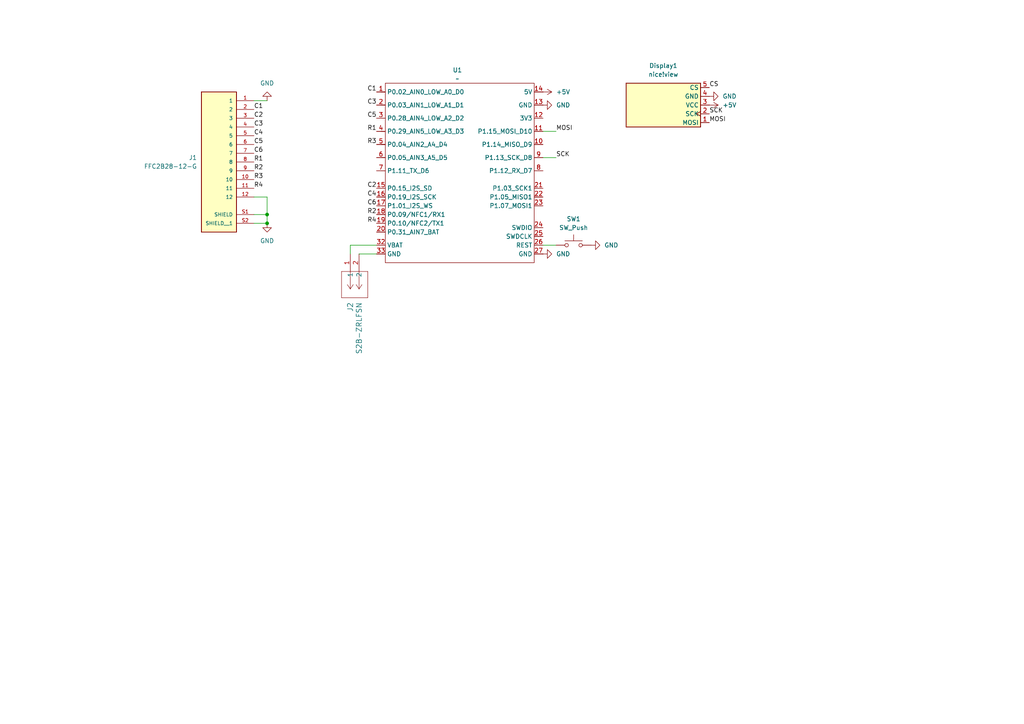
<source format=kicad_sch>
(kicad_sch (version 20250114) (generator "eeschema") (generator_version "9.0")
  (paper "A4")
  (lib_symbols
    (symbol "FFC2B28-12-G:FFC2B28-12-G" (pin_names (offset 1.016))
      (property "Reference" "J" (at -5.08 18.542 0))
      (property "Value" "FFC2B28-12-G" (at -5.08 -25.4 0))
      (symbol "FFC2B28-12-G_0_0"
        (rectangle (start -5.08 -22.86) (end 5.08 17.78) (stroke (width 0.254)) (fill (type background)))
        (pin passive line (at -10.16 15.24 0) (length 5.08) (name "1") (number "1"))
        (pin passive line (at -10.16 12.7 0) (length 5.08) (name "2") (number "2"))
        (pin passive line (at -10.16 10.16 0) (length 5.08) (name "3") (number "3"))
        (pin passive line (at -10.16 7.62 0) (length 5.08) (name "4") (number "4"))
        (pin passive line (at -10.16 5.08 0) (length 5.08) (name "5") (number "5"))
        (pin passive line (at -10.16 2.54 0) (length 5.08) (name "6") (number "6"))
        (pin passive line (at -10.16 0 0) (length 5.08) (name "7") (number "7"))
        (pin passive line (at -10.16 -2.54 0) (length 5.08) (name "8") (number "8"))
        (pin passive line (at -10.16 -5.08 0) (length 5.08) (name "9") (number "9"))
        (pin passive line (at -10.16 -7.62 0) (length 5.08) (name "10") (number "10"))
        (pin passive line (at -10.16 -10.16 0) (length 5.08) (name "11") (number "11"))
        (pin passive line (at -10.16 -12.7 0) (length 5.08) (name "12") (number "12"))
        (pin passive line (at -10.16 -17.78 0) (length 5.08) (name "SHIELD") (number "S1"))
        (pin passive line (at -10.16 -20.32 0) (length 5.08) (name "SHIELD__1") (number "S2"))
      )
    )
    (symbol "Seeed_Studio_XIAO_Series:XIAO-nRF52840_Plus_SMD"
      (property "Reference" "U" (at -2.54 2.54 0))
      (symbol "XIAO-nRF52840_Plus_SMD_0_1"
        (rectangle (start 0 0) (end 43.18 -52.07))
      )
      (symbol "XIAO-nRF52840_Plus_SMD_1_0"
        (polyline (pts (xy 0 -2.54) (xy -1.27 -2.54)) (stroke (width 0.1524)))
        (polyline (pts (xy 0 -6.35) (xy -1.27 -6.35)) (stroke (width 0.1524)))
        (polyline (pts (xy 0 -10.16) (xy -1.27 -10.16)) (stroke (width 0.1524)))
        (polyline (pts (xy 0 -13.97) (xy -1.27 -13.97)) (stroke (width 0.1524)))
        (polyline (pts (xy 0 -17.78) (xy -1.27 -17.78)) (stroke (width 0.1524)))
        (polyline (pts (xy 0 -21.59) (xy -1.27 -21.59)) (stroke (width 0.1524)))
        (polyline (pts (xy 0 -25.4) (xy -1.27 -25.4)) (stroke (width 0.1524)))
        (pin passive line (at -2.54 -2.54 0) (length 2.54) (name "P0.02_AIN0_LOW_A0_D0") (number "1"))
        (pin passive line (at -2.54 -6.35 0) (length 2.54) (name "P0.03_AIN1_LOW_A1_D1") (number "2"))
        (pin passive line (at -2.54 -10.16 0) (length 2.54) (name "P0.28_AIN4_LOW_A2_D2") (number "3"))
        (pin passive line (at -2.54 -13.97 0) (length 2.54) (name "P0.29_AIN5_LOW_A3_D3") (number "4"))
        (pin passive line (at -2.54 -17.78 0) (length 2.54) (name "P0.04_AIN2_A4_D4") (number "5"))
        (pin passive line (at -2.54 -21.59 0) (length 2.54) (name "P0.05_AIN3_A5_D5") (number "6"))
        (pin passive line (at -2.54 -25.4 0) (length 2.54) (name "P1.11_TX_D6") (number "7"))
        (pin passive line (at 45.72 -2.54 180) (length 2.54) (name "5V") (number "14"))
        (pin passive line (at 45.72 -6.35 180) (length 2.54) (name "GND") (number "13"))
        (pin passive line (at 45.72 -10.16 180) (length 2.54) (name "3V3") (number "12"))
        (pin passive line (at 45.72 -13.97 180) (length 2.54) (name "P1.15_MOSI_D10") (number "11"))
        (pin passive line (at 45.72 -17.78 180) (length 2.54) (name "P1.14_MISO_D9") (number "10"))
        (pin passive line (at 45.72 -21.59 180) (length 2.54) (name "P1.13_SCK_D8") (number "9"))
        (pin passive line (at 45.72 -25.4 180) (length 2.54) (name "P1.12_RX_D7") (number "8"))
      )
      (symbol "XIAO-nRF52840_Plus_SMD_1_1"
        (pin passive line (at -2.54 -30.48 0) (length 2.54) (name "P0.15_I2S_SD") (number "15"))
        (pin passive line (at -2.54 -33.02 0) (length 2.54) (name "P0.19_I2S_SCK") (number "16"))
        (pin passive line (at -2.54 -35.56 0) (length 2.54) (name "P1.01_I2S_WS") (number "17"))
        (pin passive line (at -2.54 -38.1 0) (length 2.54) (name "P0.09/NFC1/RX1") (number "18"))
        (pin passive line (at -2.54 -40.64 0) (length 2.54) (name "P0.10/NFC2/TX1") (number "19"))
        (pin passive line (at -2.54 -43.18 0) (length 2.54) (name "P0.31_AIN7_BAT") (number "20"))
        (pin passive line (at -2.54 -46.99 0) (length 2.54) (name "VBAT") (number "32"))
        (pin passive line (at -2.54 -49.53 0) (length 2.54) (name "GND") (number "33"))
        (pin passive line (at 45.72 -30.48 180) (length 2.54) (name "P1.03_SCK1") (number "21"))
        (pin passive line (at 45.72 -33.02 180) (length 2.54) (name "P1.05_MISO1") (number "22"))
        (pin passive line (at 45.72 -35.56 180) (length 2.54) (name "P1.07_MOSI1") (number "23"))
        (pin passive line (at 45.72 -41.91 180) (length 2.54) (name "SWDIO") (number "24"))
        (pin passive line (at 45.72 -44.45 180) (length 2.54) (name "SWDCLK") (number "25"))
        (pin passive line (at 45.72 -46.99 180) (length 2.54) (name "REST") (number "26"))
        (pin passive line (at 45.72 -49.53 180) (length 2.54) (name "GND") (number "27"))
      )
    )
    (symbol "Switch:SW_Push" (pin_numbers (hide yes)) (pin_names (offset 1.016) (hide yes))
      (property "Reference" "SW" (at 1.27 2.54 0))
      (property "Value" "SW_Push" (at 0 -1.524 0))
      (symbol "SW_Push_0_1"
        (circle (center -2.032 0) (radius 0.508))
        (polyline (pts (xy 0 1.27) (xy 0 3.048)))
        (circle (center 2.032 0) (radius 0.508))
        (polyline (pts (xy 2.54 1.27) (xy -2.54 1.27)))
        (pin passive line (at -5.08 0 0) (length 2.54) (name "1") (number "1"))
        (pin passive line (at 5.08 0 180) (length 2.54) (name "2") (number "2"))
      )
    )
    (symbol "jst-zh:S2B-ZRLFSN" (pin_names (offset 0.254))
      (property "Reference" "J" (at 8.89 6.35 0))
      (property "Value" "S2B-ZRLFSN" (at 0 0 0))
      (symbol "S2B-ZRLFSN_1_1"
        (polyline (pts (xy 5.08 2.54) (xy 5.08 -5.08)) (stroke (width 0.127)))
        (polyline (pts (xy 5.08 -5.08) (xy 12.7 -5.08)) (stroke (width 0.127)))
        (polyline (pts (xy 10.16 0) (xy 5.08 0)) (stroke (width 0.127)))
        (polyline (pts (xy 10.16 0) (xy 8.89 0.8467)) (stroke (width 0.127)))
        (polyline (pts (xy 10.16 0) (xy 8.89 -0.8467)) (stroke (width 0.127)))
        (polyline (pts (xy 10.16 -2.54) (xy 5.08 -2.54)) (stroke (width 0.127)))
        (polyline (pts (xy 10.16 -2.54) (xy 8.89 -1.6933)) (stroke (width 0.127)))
        (polyline (pts (xy 10.16 -2.54) (xy 8.89 -3.3867)) (stroke (width 0.127)))
        (polyline (pts (xy 12.7 2.54) (xy 5.08 2.54)) (stroke (width 0.127)))
        (polyline (pts (xy 12.7 -5.08) (xy 12.7 2.54)) (stroke (width 0.127)))
        (pin unspecified line (at 0 0 0) (length 5.08) (name "1") (number "1"))
        (pin unspecified line (at 0 -2.54 0) (length 5.08) (name "2") (number "2"))
      )
      (symbol "S2B-ZRLFSN_1_2"
        (polyline (pts (xy 5.08 2.54) (xy 5.08 -5.08)) (stroke (width 0.127)))
        (polyline (pts (xy 5.08 -5.08) (xy 12.7 -5.08)) (stroke (width 0.127)))
        (polyline (pts (xy 7.62 0) (xy 5.08 0)) (stroke (width 0.127)))
        (polyline (pts (xy 7.62 0) (xy 8.89 0.8467)) (stroke (width 0.127)))
        (polyline (pts (xy 7.62 0) (xy 8.89 -0.8467)) (stroke (width 0.127)))
        (polyline (pts (xy 7.62 -2.54) (xy 5.08 -2.54)) (stroke (width 0.127)))
        (polyline (pts (xy 7.62 -2.54) (xy 8.89 -1.6933)) (stroke (width 0.127)))
        (polyline (pts (xy 7.62 -2.54) (xy 8.89 -3.3867)) (stroke (width 0.127)))
        (polyline (pts (xy 12.7 2.54) (xy 5.08 2.54)) (stroke (width 0.127)))
        (polyline (pts (xy 12.7 -5.08) (xy 12.7 2.54)) (stroke (width 0.127)))
        (pin unspecified line (at 0 0 0) (length 5.08) (name "1") (number "1"))
        (pin unspecified line (at 0 -2.54 0) (length 5.08) (name "2") (number "2"))
      )
    )
    (symbol "nice_view:nice!view"
      (property "Reference" "Display" (at 0 12.7 0))
      (property "Value" "nice!view" (at 0 0 0))
      (symbol "nice!view_0_1"
        (rectangle (start -6.35 11.43) (end 6.35 -10.16) (stroke (width 0.254)) (fill (type background)))
      )
      (symbol "nice!view_1_1"
        (pin input line (at -5.08 -12.7 90) (length 2.54) (name "MOSI") (number "1"))
        (pin input clock (at -2.54 -12.7 90) (length 2.54) (name "SCK") (number "2"))
        (pin power_in line (at 0 -12.7 90) (length 2.54) (name "VCC") (number "3"))
        (pin power_out line (at 2.54 -12.7 90) (length 2.54) (name "GND") (number "4"))
        (pin passive line (at 5.08 -12.7 90) (length 2.54) (name "CS") (number "5"))
      )
    )
    (symbol "power:+5V" (power) (pin_numbers (hide yes)) (pin_names (offset 0) (hide yes))
      (property "Value" "+5V" (at 0 3.556 0))
      (symbol "+5V_0_1"
        (polyline (pts (xy -0.762 1.27) (xy 0 2.54)))
        (polyline (pts (xy 0 2.54) (xy 0.762 1.27)))
        (polyline (pts (xy 0 0) (xy 0 2.54)))
      )
      (symbol "+5V_1_1"
        (pin power_in line (at 0 0 90) (length 0) (name "~") (number "1"))
      )
    )
    (symbol "power:GND" (power) (pin_numbers (hide yes)) (pin_names (offset 0) (hide yes))
      (property "Value" "GND" (at 0 -3.81 0))
      (symbol "GND_0_1"
        (polyline (pts (xy 0 0) (xy 0 -1.27) (xy 1.27 -1.27) (xy 0 -2.54) (xy -1.27 -1.27) (xy 0 -1.27)))
      )
      (symbol "GND_1_1"
        (pin power_in line (at 0 0 270) (length 0) (name "~") (number "1"))
      )
    )
  )
  (junction (at 77.47 62.23))
  (junction (at 77.47 64.77))
  (wire (pts (xy 77.47 64.77) (xy 73.66 64.77)))
  (wire (pts (xy 157.48 71.12) (xy 161.29 71.12)))
  (wire (pts (xy 73.66 57.15) (xy 77.47 57.15)))
  (wire (pts (xy 73.66 62.23) (xy 77.47 62.23)))
  (wire (pts (xy 101.6 71.12) (xy 109.22 71.12)))
  (wire (pts (xy 77.47 57.15) (xy 77.47 62.23)))
  (wire (pts (xy 157.48 45.72) (xy 161.29 45.72)))
  (wire (pts (xy 77.47 29.21) (xy 73.66 29.21)))
  (wire (pts (xy 104.14 73.66) (xy 109.22 73.66)))
  (wire (pts (xy 77.47 62.23) (xy 77.47 64.77)))
  (wire (pts (xy 157.48 38.1) (xy 161.29 38.1)))
  (wire (pts (xy 101.6 71.12) (xy 101.6 73.66)))
  (label "C4" (at 109.22 57.15 180))
  (label "R4" (at 109.22 64.77 180))
  (label "C4" (at 73.66 39.37 0))
  (label "R3" (at 73.66 52.07 0))
  (label "CS" (at 205.74 25.4 0))
  (label "C1" (at 73.66 31.75 0))
  (label "C6" (at 109.22 59.69 180))
  (label "C3" (at 73.66 36.83 0))
  (label "C2" (at 109.22 54.61 180))
  (label "C5" (at 73.66 41.91 0))
  (label "SCK" (at 161.29 45.72 0))
  (label "R4" (at 73.66 54.61 0))
  (label "C5" (at 109.22 34.29 180))
  (label "R3" (at 109.22 41.91 180))
  (label "SCK" (at 205.74 33.02 0))
  (label "C3" (at 109.22 30.48 180))
  (label "MOSI" (at 161.29 38.1 0))
  (label "MOSI" (at 205.74 35.56 0))
  (label "C1" (at 109.22 26.67 180))
  (label "R1" (at 73.66 46.99 0))
  (label "R2" (at 73.66 49.53 0))
  (label "R2" (at 109.22 62.23 180))
  (label "R1" (at 109.22 38.1 180))
  (label "C2" (at 73.66 34.29 0))
  (label "C6" (at 73.66 44.45 0))
  (symbol (lib_id "power:GND") (at 77.47 64.77 0) (mirror y) (unit 1)
    (property "Reference" "#PWR09" (effects (hide yes)))
    (property "Value" "GND" (at 77.47 69.85 0))
    (property "Description" "Power symbol creates a global label with name \"GND\" , ground" (effects (hide yes)))
  )
  (symbol (lib_id "power:GND") (at 205.74 27.94 90) (unit 1)
    (property "Reference" "#PWR05" (effects (hide yes)))
    (property "Value" "GND" (at 209.55 27.9399 90) (effects (justify right)))
    (property "Description" "Power symbol creates a global label with name \"GND\" , ground" (effects (hide yes)))
  )
  (symbol (lib_id "power:GND") (at 157.48 73.66 90) (unit 1)
    (property "Reference" "#PWR03" (effects (hide yes)))
    (property "Value" "GND" (at 161.29 73.6599 90) (effects (justify right)))
    (property "Description" "Power symbol creates a global label with name \"GND\" , ground" (effects (hide yes)))
  )
  (symbol (lib_id "power:+5V") (at 157.48 26.67 270) (unit 1)
    (property "Reference" "#PWR06" (effects (hide yes)))
    (property "Value" "+5V" (at 161.29 26.6699 90) (effects (justify left)))
    (property "Description" "Power symbol creates a global label with name \"+5V\"" (effects (hide yes)))
  )
  (symbol (lib_id "power:GND") (at 77.47 29.21 0) (mirror x) (unit 1)
    (property "Reference" "#PWR010" (effects (hide yes)))
    (property "Value" "GND" (at 77.47 24.13 0))
    (property "Description" "Power symbol creates a global label with name \"GND\" , ground" (effects (hide yes)))
  )
  (symbol (lib_id "power:+5V") (at 205.74 30.48 270) (unit 1)
    (property "Reference" "#PWR04" (effects (hide yes)))
    (property "Value" "+5V" (at 209.55 30.4799 90) (effects (justify left)))
    (property "Description" "Power symbol creates a global label with name \"+5V\"" (effects (hide yes)))
  )
  (symbol (lib_id "power:GND") (at 157.48 30.48 90) (unit 1)
    (property "Reference" "#PWR01" (effects (hide yes)))
    (property "Value" "GND" (at 161.29 30.4799 90) (effects (justify right)))
    (property "Description" "Power symbol creates a global label with name \"GND\" , ground" (effects (hide yes)))
  )
  (symbol (lib_id "jst-zh:S2B-ZRLFSN") (at 101.6 73.66 90) (mirror x) (unit 1)
    (property "Reference" "J2" (at 101.5999 87.63 0) (effects (font (size 1.524 1.524)) (justify left)))
    (property "Value" "S2B-ZRLFSN" (at 104.1399 87.63 0) (effects (font (size 1.524 1.524)) (justify left)))
    (property "Footprint" "jst:CONN_S2B-ZR_JST" (effects (hide yes)))
    (property "Datasheet" "S2B-ZRLFSN" (effects (hide yes)))
  )
  (symbol (lib_id "FFC2B28-12-G:FFC2B28-12-G") (at 63.5 44.45 0) (mirror y) (unit 1)
    (property "Reference" "J1" (at 57.15 45.7199 0) (effects (justify left)))
    (property "Value" "FFC2B28-12-G" (at 57.15 48.2599 0) (effects (justify left)))
    (property "Footprint" "gct:GCT_FFC2B28-12-G" (effects (hide yes)))
    (property "PARTREV" "A" (effects (hide yes)))
    (property "STANDARD" "Manufacturer Recommendations" (effects (hide yes)))
    (property "MAXIMUM_PACKAGE_HEIGHT" "1.75mm" (effects (hide yes)))
    (property "MANUFACTURER" "GCT" (effects (hide yes)))
  )
  (symbol (lib_id "power:GND") (at 171.45 71.12 90) (unit 1)
    (property "Reference" "#PWR02" (effects (hide yes)))
    (property "Value" "GND" (at 175.26 71.1199 90) (effects (justify right)))
    (property "Description" "Power symbol creates a global label with name \"GND\" , ground" (effects (hide yes)))
  )
  (symbol (lib_id "nice_view:nice!view") (at 193.04 30.48 90) (unit 1)
    (property "Reference" "Display1" (at 192.405 19.05 90))
    (property "Value" "nice!view" (at 192.405 21.59 90))
    (property "Footprint" "nice_view:nice_view" (effects (hide yes)))
    (property "Datasheet" "https://nicekeyboards.com/docs/nice-view/pinout-schematic" (effects (hide yes)))
    (property "Description" "Sharp LS011B7DH03 Memory in Pixel 160x68" (effects (hide yes)))
  )
  (symbol (lib_id "Switch:SW_Push") (at 166.37 71.12 0) (unit 1)
    (property "Reference" "SW1" (at 166.37 63.5 0))
    (property "Value" "SW_Push" (at 166.37 66.04 0))
    (property "Footprint" "switch:430471035826" (effects (hide yes)))
    (property "Description" "Push button switch, generic, two pins" (effects (hide yes)))
  )
  (symbol (lib_id "Seeed_Studio_XIAO_Series:XIAO-nRF52840_Plus_SMD") (at 111.76 24.13 0) (unit 1)
    (property "Reference" "U1" (at 132.6769 20.32 0))
    (property "Value" "~" (at 132.6769 22.86 0))
    (property "Footprint" "seeed:XIAO-nRF52840-Plus-SMD-updated" (effects (hide yes)))
  )
)
</source>
